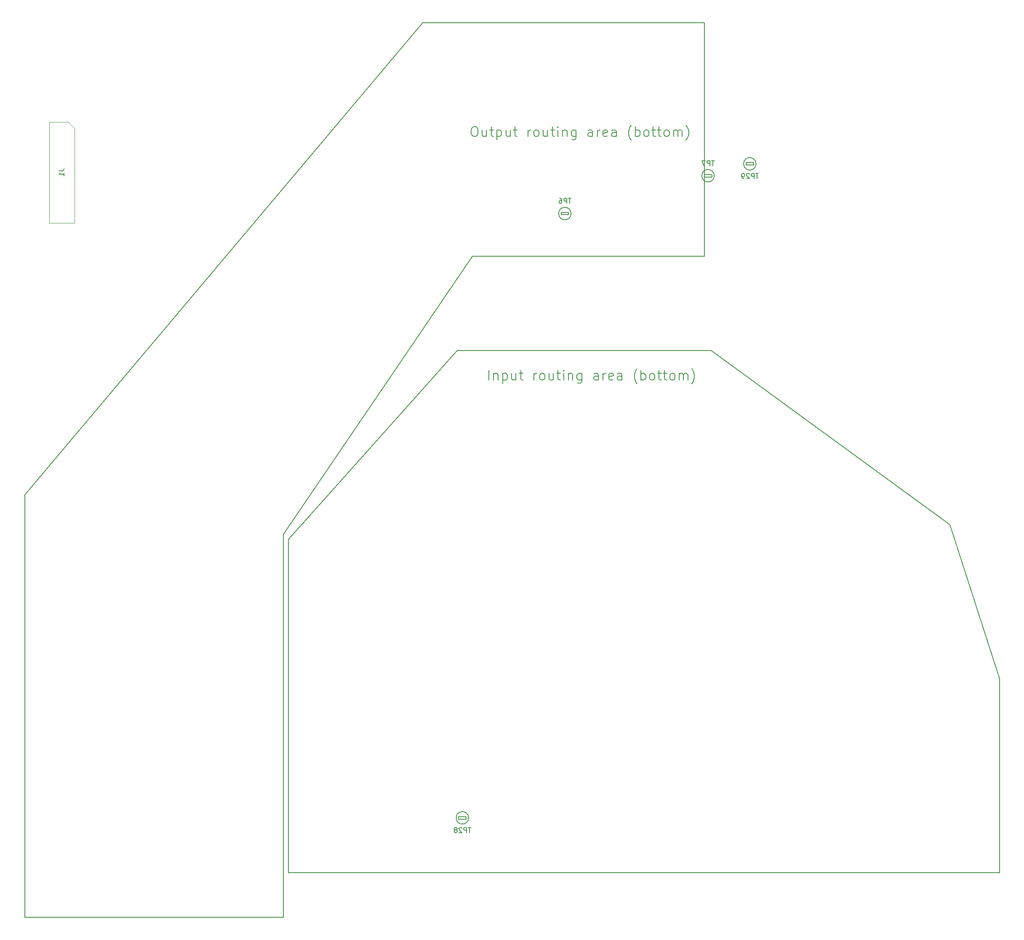
<source format=gbr>
G04 #@! TF.GenerationSoftware,KiCad,Pcbnew,(5.1.5)-3*
G04 #@! TF.CreationDate,2020-07-24T16:39:48-04:00*
G04 #@! TF.ProjectId,main_board,6d61696e-5f62-46f6-9172-642e6b696361,rev?*
G04 #@! TF.SameCoordinates,Original*
G04 #@! TF.FileFunction,Other,Fab,Bot*
%FSLAX46Y46*%
G04 Gerber Fmt 4.6, Leading zero omitted, Abs format (unit mm)*
G04 Created by KiCad (PCBNEW (5.1.5)-3) date 2020-07-24 16:39:48*
%MOMM*%
%LPD*%
G04 APERTURE LIST*
%ADD10C,0.150000*%
%ADD11C,0.100000*%
G04 APERTURE END LIST*
D10*
X125271428Y-64904761D02*
X125652380Y-64904761D01*
X125842857Y-65000000D01*
X126033333Y-65190476D01*
X126128571Y-65571428D01*
X126128571Y-66238095D01*
X126033333Y-66619047D01*
X125842857Y-66809523D01*
X125652380Y-66904761D01*
X125271428Y-66904761D01*
X125080952Y-66809523D01*
X124890476Y-66619047D01*
X124795238Y-66238095D01*
X124795238Y-65571428D01*
X124890476Y-65190476D01*
X125080952Y-65000000D01*
X125271428Y-64904761D01*
X127842857Y-65571428D02*
X127842857Y-66904761D01*
X126985714Y-65571428D02*
X126985714Y-66619047D01*
X127080952Y-66809523D01*
X127271428Y-66904761D01*
X127557142Y-66904761D01*
X127747619Y-66809523D01*
X127842857Y-66714285D01*
X128509523Y-65571428D02*
X129271428Y-65571428D01*
X128795238Y-64904761D02*
X128795238Y-66619047D01*
X128890476Y-66809523D01*
X129080952Y-66904761D01*
X129271428Y-66904761D01*
X129938095Y-65571428D02*
X129938095Y-67571428D01*
X129938095Y-65666666D02*
X130128571Y-65571428D01*
X130509523Y-65571428D01*
X130699999Y-65666666D01*
X130795238Y-65761904D01*
X130890476Y-65952380D01*
X130890476Y-66523809D01*
X130795238Y-66714285D01*
X130699999Y-66809523D01*
X130509523Y-66904761D01*
X130128571Y-66904761D01*
X129938095Y-66809523D01*
X132604761Y-65571428D02*
X132604761Y-66904761D01*
X131747619Y-65571428D02*
X131747619Y-66619047D01*
X131842857Y-66809523D01*
X132033333Y-66904761D01*
X132319047Y-66904761D01*
X132509523Y-66809523D01*
X132604761Y-66714285D01*
X133271428Y-65571428D02*
X134033333Y-65571428D01*
X133557142Y-64904761D02*
X133557142Y-66619047D01*
X133652380Y-66809523D01*
X133842857Y-66904761D01*
X134033333Y-66904761D01*
X136223809Y-66904761D02*
X136223809Y-65571428D01*
X136223809Y-65952380D02*
X136319047Y-65761904D01*
X136414285Y-65666666D01*
X136604761Y-65571428D01*
X136795238Y-65571428D01*
X137747619Y-66904761D02*
X137557142Y-66809523D01*
X137461904Y-66714285D01*
X137366666Y-66523809D01*
X137366666Y-65952380D01*
X137461904Y-65761904D01*
X137557142Y-65666666D01*
X137747619Y-65571428D01*
X138033333Y-65571428D01*
X138223809Y-65666666D01*
X138319047Y-65761904D01*
X138414285Y-65952380D01*
X138414285Y-66523809D01*
X138319047Y-66714285D01*
X138223809Y-66809523D01*
X138033333Y-66904761D01*
X137747619Y-66904761D01*
X140128571Y-65571428D02*
X140128571Y-66904761D01*
X139271428Y-65571428D02*
X139271428Y-66619047D01*
X139366666Y-66809523D01*
X139557142Y-66904761D01*
X139842857Y-66904761D01*
X140033333Y-66809523D01*
X140128571Y-66714285D01*
X140795238Y-65571428D02*
X141557142Y-65571428D01*
X141080952Y-64904761D02*
X141080952Y-66619047D01*
X141176190Y-66809523D01*
X141366666Y-66904761D01*
X141557142Y-66904761D01*
X142223809Y-66904761D02*
X142223809Y-65571428D01*
X142223809Y-64904761D02*
X142128571Y-65000000D01*
X142223809Y-65095238D01*
X142319047Y-65000000D01*
X142223809Y-64904761D01*
X142223809Y-65095238D01*
X143176190Y-65571428D02*
X143176190Y-66904761D01*
X143176190Y-65761904D02*
X143271428Y-65666666D01*
X143461904Y-65571428D01*
X143747619Y-65571428D01*
X143938095Y-65666666D01*
X144033333Y-65857142D01*
X144033333Y-66904761D01*
X145842857Y-65571428D02*
X145842857Y-67190476D01*
X145747619Y-67380952D01*
X145652380Y-67476190D01*
X145461904Y-67571428D01*
X145176190Y-67571428D01*
X144985714Y-67476190D01*
X145842857Y-66809523D02*
X145652380Y-66904761D01*
X145271428Y-66904761D01*
X145080952Y-66809523D01*
X144985714Y-66714285D01*
X144890476Y-66523809D01*
X144890476Y-65952380D01*
X144985714Y-65761904D01*
X145080952Y-65666666D01*
X145271428Y-65571428D01*
X145652380Y-65571428D01*
X145842857Y-65666666D01*
X149176190Y-66904761D02*
X149176190Y-65857142D01*
X149080952Y-65666666D01*
X148890476Y-65571428D01*
X148509523Y-65571428D01*
X148319047Y-65666666D01*
X149176190Y-66809523D02*
X148985714Y-66904761D01*
X148509523Y-66904761D01*
X148319047Y-66809523D01*
X148223809Y-66619047D01*
X148223809Y-66428571D01*
X148319047Y-66238095D01*
X148509523Y-66142857D01*
X148985714Y-66142857D01*
X149176190Y-66047619D01*
X150128571Y-66904761D02*
X150128571Y-65571428D01*
X150128571Y-65952380D02*
X150223809Y-65761904D01*
X150319047Y-65666666D01*
X150509523Y-65571428D01*
X150700000Y-65571428D01*
X152128571Y-66809523D02*
X151938095Y-66904761D01*
X151557142Y-66904761D01*
X151366666Y-66809523D01*
X151271428Y-66619047D01*
X151271428Y-65857142D01*
X151366666Y-65666666D01*
X151557142Y-65571428D01*
X151938095Y-65571428D01*
X152128571Y-65666666D01*
X152223809Y-65857142D01*
X152223809Y-66047619D01*
X151271428Y-66238095D01*
X153938095Y-66904761D02*
X153938095Y-65857142D01*
X153842857Y-65666666D01*
X153652380Y-65571428D01*
X153271428Y-65571428D01*
X153080952Y-65666666D01*
X153938095Y-66809523D02*
X153747619Y-66904761D01*
X153271428Y-66904761D01*
X153080952Y-66809523D01*
X152985714Y-66619047D01*
X152985714Y-66428571D01*
X153080952Y-66238095D01*
X153271428Y-66142857D01*
X153747619Y-66142857D01*
X153938095Y-66047619D01*
X156985714Y-67666666D02*
X156890476Y-67571428D01*
X156700000Y-67285714D01*
X156604761Y-67095238D01*
X156509523Y-66809523D01*
X156414285Y-66333333D01*
X156414285Y-65952380D01*
X156509523Y-65476190D01*
X156604761Y-65190476D01*
X156700000Y-65000000D01*
X156890476Y-64714285D01*
X156985714Y-64619047D01*
X157747619Y-66904761D02*
X157747619Y-64904761D01*
X157747619Y-65666666D02*
X157938095Y-65571428D01*
X158319047Y-65571428D01*
X158509523Y-65666666D01*
X158604761Y-65761904D01*
X158700000Y-65952380D01*
X158700000Y-66523809D01*
X158604761Y-66714285D01*
X158509523Y-66809523D01*
X158319047Y-66904761D01*
X157938095Y-66904761D01*
X157747619Y-66809523D01*
X159842857Y-66904761D02*
X159652380Y-66809523D01*
X159557142Y-66714285D01*
X159461904Y-66523809D01*
X159461904Y-65952380D01*
X159557142Y-65761904D01*
X159652380Y-65666666D01*
X159842857Y-65571428D01*
X160128571Y-65571428D01*
X160319047Y-65666666D01*
X160414285Y-65761904D01*
X160509523Y-65952380D01*
X160509523Y-66523809D01*
X160414285Y-66714285D01*
X160319047Y-66809523D01*
X160128571Y-66904761D01*
X159842857Y-66904761D01*
X161080952Y-65571428D02*
X161842857Y-65571428D01*
X161366666Y-64904761D02*
X161366666Y-66619047D01*
X161461904Y-66809523D01*
X161652380Y-66904761D01*
X161842857Y-66904761D01*
X162223809Y-65571428D02*
X162985714Y-65571428D01*
X162509523Y-64904761D02*
X162509523Y-66619047D01*
X162604761Y-66809523D01*
X162795238Y-66904761D01*
X162985714Y-66904761D01*
X163938095Y-66904761D02*
X163747619Y-66809523D01*
X163652380Y-66714285D01*
X163557142Y-66523809D01*
X163557142Y-65952380D01*
X163652380Y-65761904D01*
X163747619Y-65666666D01*
X163938095Y-65571428D01*
X164223809Y-65571428D01*
X164414285Y-65666666D01*
X164509523Y-65761904D01*
X164604761Y-65952380D01*
X164604761Y-66523809D01*
X164509523Y-66714285D01*
X164414285Y-66809523D01*
X164223809Y-66904761D01*
X163938095Y-66904761D01*
X165461904Y-66904761D02*
X165461904Y-65571428D01*
X165461904Y-65761904D02*
X165557142Y-65666666D01*
X165747619Y-65571428D01*
X166033333Y-65571428D01*
X166223809Y-65666666D01*
X166319047Y-65857142D01*
X166319047Y-66904761D01*
X166319047Y-65857142D02*
X166414285Y-65666666D01*
X166604761Y-65571428D01*
X166890476Y-65571428D01*
X167080952Y-65666666D01*
X167176190Y-65857142D01*
X167176190Y-66904761D01*
X167938095Y-67666666D02*
X168033333Y-67571428D01*
X168223809Y-67285714D01*
X168319047Y-67095238D01*
X168414285Y-66809523D01*
X168509523Y-66333333D01*
X168509523Y-65952380D01*
X168414285Y-65476190D01*
X168319047Y-65190476D01*
X168223809Y-65000000D01*
X168033333Y-64714285D01*
X167938095Y-64619047D01*
X35000000Y-139000000D02*
X35000000Y-224000000D01*
X115000000Y-44000000D02*
X35000000Y-139000000D01*
X171700000Y-44000000D02*
X115000000Y-44000000D01*
X171700000Y-91000000D02*
X171700000Y-44000000D01*
X125000000Y-91000000D02*
X171700000Y-91000000D01*
X87000000Y-147000000D02*
X125000000Y-91000000D01*
X87000000Y-224000000D02*
X87000000Y-147000000D01*
X35000000Y-224000000D02*
X87000000Y-224000000D01*
X128333333Y-115904761D02*
X128333333Y-113904761D01*
X129285714Y-114571428D02*
X129285714Y-115904761D01*
X129285714Y-114761904D02*
X129380952Y-114666666D01*
X129571428Y-114571428D01*
X129857142Y-114571428D01*
X130047619Y-114666666D01*
X130142857Y-114857142D01*
X130142857Y-115904761D01*
X131095238Y-114571428D02*
X131095238Y-116571428D01*
X131095238Y-114666666D02*
X131285714Y-114571428D01*
X131666666Y-114571428D01*
X131857142Y-114666666D01*
X131952380Y-114761904D01*
X132047619Y-114952380D01*
X132047619Y-115523809D01*
X131952380Y-115714285D01*
X131857142Y-115809523D01*
X131666666Y-115904761D01*
X131285714Y-115904761D01*
X131095238Y-115809523D01*
X133761904Y-114571428D02*
X133761904Y-115904761D01*
X132904761Y-114571428D02*
X132904761Y-115619047D01*
X133000000Y-115809523D01*
X133190476Y-115904761D01*
X133476190Y-115904761D01*
X133666666Y-115809523D01*
X133761904Y-115714285D01*
X134428571Y-114571428D02*
X135190476Y-114571428D01*
X134714285Y-113904761D02*
X134714285Y-115619047D01*
X134809523Y-115809523D01*
X135000000Y-115904761D01*
X135190476Y-115904761D01*
X137380952Y-115904761D02*
X137380952Y-114571428D01*
X137380952Y-114952380D02*
X137476190Y-114761904D01*
X137571428Y-114666666D01*
X137761904Y-114571428D01*
X137952380Y-114571428D01*
X138904761Y-115904761D02*
X138714285Y-115809523D01*
X138619047Y-115714285D01*
X138523809Y-115523809D01*
X138523809Y-114952380D01*
X138619047Y-114761904D01*
X138714285Y-114666666D01*
X138904761Y-114571428D01*
X139190476Y-114571428D01*
X139380952Y-114666666D01*
X139476190Y-114761904D01*
X139571428Y-114952380D01*
X139571428Y-115523809D01*
X139476190Y-115714285D01*
X139380952Y-115809523D01*
X139190476Y-115904761D01*
X138904761Y-115904761D01*
X141285714Y-114571428D02*
X141285714Y-115904761D01*
X140428571Y-114571428D02*
X140428571Y-115619047D01*
X140523809Y-115809523D01*
X140714285Y-115904761D01*
X141000000Y-115904761D01*
X141190476Y-115809523D01*
X141285714Y-115714285D01*
X141952380Y-114571428D02*
X142714285Y-114571428D01*
X142238095Y-113904761D02*
X142238095Y-115619047D01*
X142333333Y-115809523D01*
X142523809Y-115904761D01*
X142714285Y-115904761D01*
X143380952Y-115904761D02*
X143380952Y-114571428D01*
X143380952Y-113904761D02*
X143285714Y-114000000D01*
X143380952Y-114095238D01*
X143476190Y-114000000D01*
X143380952Y-113904761D01*
X143380952Y-114095238D01*
X144333333Y-114571428D02*
X144333333Y-115904761D01*
X144333333Y-114761904D02*
X144428571Y-114666666D01*
X144619047Y-114571428D01*
X144904761Y-114571428D01*
X145095238Y-114666666D01*
X145190476Y-114857142D01*
X145190476Y-115904761D01*
X147000000Y-114571428D02*
X147000000Y-116190476D01*
X146904761Y-116380952D01*
X146809523Y-116476190D01*
X146619047Y-116571428D01*
X146333333Y-116571428D01*
X146142857Y-116476190D01*
X147000000Y-115809523D02*
X146809523Y-115904761D01*
X146428571Y-115904761D01*
X146238095Y-115809523D01*
X146142857Y-115714285D01*
X146047619Y-115523809D01*
X146047619Y-114952380D01*
X146142857Y-114761904D01*
X146238095Y-114666666D01*
X146428571Y-114571428D01*
X146809523Y-114571428D01*
X147000000Y-114666666D01*
X150333333Y-115904761D02*
X150333333Y-114857142D01*
X150238095Y-114666666D01*
X150047619Y-114571428D01*
X149666666Y-114571428D01*
X149476190Y-114666666D01*
X150333333Y-115809523D02*
X150142857Y-115904761D01*
X149666666Y-115904761D01*
X149476190Y-115809523D01*
X149380952Y-115619047D01*
X149380952Y-115428571D01*
X149476190Y-115238095D01*
X149666666Y-115142857D01*
X150142857Y-115142857D01*
X150333333Y-115047619D01*
X151285714Y-115904761D02*
X151285714Y-114571428D01*
X151285714Y-114952380D02*
X151380952Y-114761904D01*
X151476190Y-114666666D01*
X151666666Y-114571428D01*
X151857142Y-114571428D01*
X153285714Y-115809523D02*
X153095238Y-115904761D01*
X152714285Y-115904761D01*
X152523809Y-115809523D01*
X152428571Y-115619047D01*
X152428571Y-114857142D01*
X152523809Y-114666666D01*
X152714285Y-114571428D01*
X153095238Y-114571428D01*
X153285714Y-114666666D01*
X153380952Y-114857142D01*
X153380952Y-115047619D01*
X152428571Y-115238095D01*
X155095238Y-115904761D02*
X155095238Y-114857142D01*
X155000000Y-114666666D01*
X154809523Y-114571428D01*
X154428571Y-114571428D01*
X154238095Y-114666666D01*
X155095238Y-115809523D02*
X154904761Y-115904761D01*
X154428571Y-115904761D01*
X154238095Y-115809523D01*
X154142857Y-115619047D01*
X154142857Y-115428571D01*
X154238095Y-115238095D01*
X154428571Y-115142857D01*
X154904761Y-115142857D01*
X155095238Y-115047619D01*
X158142857Y-116666666D02*
X158047619Y-116571428D01*
X157857142Y-116285714D01*
X157761904Y-116095238D01*
X157666666Y-115809523D01*
X157571428Y-115333333D01*
X157571428Y-114952380D01*
X157666666Y-114476190D01*
X157761904Y-114190476D01*
X157857142Y-114000000D01*
X158047619Y-113714285D01*
X158142857Y-113619047D01*
X158904761Y-115904761D02*
X158904761Y-113904761D01*
X158904761Y-114666666D02*
X159095238Y-114571428D01*
X159476190Y-114571428D01*
X159666666Y-114666666D01*
X159761904Y-114761904D01*
X159857142Y-114952380D01*
X159857142Y-115523809D01*
X159761904Y-115714285D01*
X159666666Y-115809523D01*
X159476190Y-115904761D01*
X159095238Y-115904761D01*
X158904761Y-115809523D01*
X161000000Y-115904761D02*
X160809523Y-115809523D01*
X160714285Y-115714285D01*
X160619047Y-115523809D01*
X160619047Y-114952380D01*
X160714285Y-114761904D01*
X160809523Y-114666666D01*
X161000000Y-114571428D01*
X161285714Y-114571428D01*
X161476190Y-114666666D01*
X161571428Y-114761904D01*
X161666666Y-114952380D01*
X161666666Y-115523809D01*
X161571428Y-115714285D01*
X161476190Y-115809523D01*
X161285714Y-115904761D01*
X161000000Y-115904761D01*
X162238095Y-114571428D02*
X163000000Y-114571428D01*
X162523809Y-113904761D02*
X162523809Y-115619047D01*
X162619047Y-115809523D01*
X162809523Y-115904761D01*
X163000000Y-115904761D01*
X163380952Y-114571428D02*
X164142857Y-114571428D01*
X163666666Y-113904761D02*
X163666666Y-115619047D01*
X163761904Y-115809523D01*
X163952380Y-115904761D01*
X164142857Y-115904761D01*
X165095238Y-115904761D02*
X164904761Y-115809523D01*
X164809523Y-115714285D01*
X164714285Y-115523809D01*
X164714285Y-114952380D01*
X164809523Y-114761904D01*
X164904761Y-114666666D01*
X165095238Y-114571428D01*
X165380952Y-114571428D01*
X165571428Y-114666666D01*
X165666666Y-114761904D01*
X165761904Y-114952380D01*
X165761904Y-115523809D01*
X165666666Y-115714285D01*
X165571428Y-115809523D01*
X165380952Y-115904761D01*
X165095238Y-115904761D01*
X166619047Y-115904761D02*
X166619047Y-114571428D01*
X166619047Y-114761904D02*
X166714285Y-114666666D01*
X166904761Y-114571428D01*
X167190476Y-114571428D01*
X167380952Y-114666666D01*
X167476190Y-114857142D01*
X167476190Y-115904761D01*
X167476190Y-114857142D02*
X167571428Y-114666666D01*
X167761904Y-114571428D01*
X168047619Y-114571428D01*
X168238095Y-114666666D01*
X168333333Y-114857142D01*
X168333333Y-115904761D01*
X169095238Y-116666666D02*
X169190476Y-116571428D01*
X169380952Y-116285714D01*
X169476190Y-116095238D01*
X169571428Y-115809523D01*
X169666666Y-115333333D01*
X169666666Y-114952380D01*
X169571428Y-114476190D01*
X169476190Y-114190476D01*
X169380952Y-114000000D01*
X169190476Y-113714285D01*
X169095238Y-113619047D01*
X88000000Y-148000000D02*
X88000000Y-215000000D01*
X122000000Y-110000000D02*
X88000000Y-148000000D01*
X173000000Y-110000000D02*
X122000000Y-110000000D01*
X221000000Y-145000000D02*
X173000000Y-110000000D01*
X231000000Y-176000000D02*
X221000000Y-145000000D01*
X231000000Y-215000000D02*
X231000000Y-176000000D01*
X88000000Y-215000000D02*
X231000000Y-215000000D01*
X182050000Y-72400000D02*
G75*
G03X182050000Y-72400000I-1250000J0D01*
G01*
X180050000Y-72150000D02*
X180050000Y-72650000D01*
X181550000Y-72150000D02*
X180050000Y-72150000D01*
X181550000Y-72650000D02*
X181550000Y-72150000D01*
X180050000Y-72650000D02*
X181550000Y-72650000D01*
X124250000Y-204000000D02*
G75*
G03X124250000Y-204000000I-1250000J0D01*
G01*
X122250000Y-203750000D02*
X122250000Y-204250000D01*
X123750000Y-203750000D02*
X122250000Y-203750000D01*
X123750000Y-204250000D02*
X123750000Y-203750000D01*
X122250000Y-204250000D02*
X123750000Y-204250000D01*
X144850000Y-82400000D02*
G75*
G03X144850000Y-82400000I-1250000J0D01*
G01*
X144350000Y-82650000D02*
X144350000Y-82150000D01*
X142850000Y-82650000D02*
X144350000Y-82650000D01*
X142850000Y-82150000D02*
X142850000Y-82650000D01*
X144350000Y-82150000D02*
X142850000Y-82150000D01*
X173650000Y-74800000D02*
G75*
G03X173650000Y-74800000I-1250000J0D01*
G01*
X173150000Y-75050000D02*
X173150000Y-74550000D01*
X171650000Y-75050000D02*
X173150000Y-75050000D01*
X171650000Y-74550000D02*
X171650000Y-75050000D01*
X173150000Y-74550000D02*
X171650000Y-74550000D01*
D11*
X43710000Y-63965000D02*
X39900000Y-63965000D01*
X39900000Y-63965000D02*
X39900000Y-84285000D01*
X39900000Y-84285000D02*
X44980000Y-84285000D01*
X44980000Y-84285000D02*
X44980000Y-65235000D01*
X44980000Y-65235000D02*
X43710000Y-63965000D01*
D10*
X182538095Y-74352380D02*
X181966666Y-74352380D01*
X182252380Y-75352380D02*
X182252380Y-74352380D01*
X181633333Y-75352380D02*
X181633333Y-74352380D01*
X181252380Y-74352380D01*
X181157142Y-74400000D01*
X181109523Y-74447619D01*
X181061904Y-74542857D01*
X181061904Y-74685714D01*
X181109523Y-74780952D01*
X181157142Y-74828571D01*
X181252380Y-74876190D01*
X181633333Y-74876190D01*
X180680952Y-74447619D02*
X180633333Y-74400000D01*
X180538095Y-74352380D01*
X180300000Y-74352380D01*
X180204761Y-74400000D01*
X180157142Y-74447619D01*
X180109523Y-74542857D01*
X180109523Y-74638095D01*
X180157142Y-74780952D01*
X180728571Y-75352380D01*
X180109523Y-75352380D01*
X179633333Y-75352380D02*
X179442857Y-75352380D01*
X179347619Y-75304761D01*
X179300000Y-75257142D01*
X179204761Y-75114285D01*
X179157142Y-74923809D01*
X179157142Y-74542857D01*
X179204761Y-74447619D01*
X179252380Y-74400000D01*
X179347619Y-74352380D01*
X179538095Y-74352380D01*
X179633333Y-74400000D01*
X179680952Y-74447619D01*
X179728571Y-74542857D01*
X179728571Y-74780952D01*
X179680952Y-74876190D01*
X179633333Y-74923809D01*
X179538095Y-74971428D01*
X179347619Y-74971428D01*
X179252380Y-74923809D01*
X179204761Y-74876190D01*
X179157142Y-74780952D01*
X182538095Y-74352380D02*
X181966666Y-74352380D01*
X182252380Y-75352380D02*
X182252380Y-74352380D01*
X181633333Y-75352380D02*
X181633333Y-74352380D01*
X181252380Y-74352380D01*
X181157142Y-74400000D01*
X181109523Y-74447619D01*
X181061904Y-74542857D01*
X181061904Y-74685714D01*
X181109523Y-74780952D01*
X181157142Y-74828571D01*
X181252380Y-74876190D01*
X181633333Y-74876190D01*
X180680952Y-74447619D02*
X180633333Y-74400000D01*
X180538095Y-74352380D01*
X180300000Y-74352380D01*
X180204761Y-74400000D01*
X180157142Y-74447619D01*
X180109523Y-74542857D01*
X180109523Y-74638095D01*
X180157142Y-74780952D01*
X180728571Y-75352380D01*
X180109523Y-75352380D01*
X179633333Y-75352380D02*
X179442857Y-75352380D01*
X179347619Y-75304761D01*
X179300000Y-75257142D01*
X179204761Y-75114285D01*
X179157142Y-74923809D01*
X179157142Y-74542857D01*
X179204761Y-74447619D01*
X179252380Y-74400000D01*
X179347619Y-74352380D01*
X179538095Y-74352380D01*
X179633333Y-74400000D01*
X179680952Y-74447619D01*
X179728571Y-74542857D01*
X179728571Y-74780952D01*
X179680952Y-74876190D01*
X179633333Y-74923809D01*
X179538095Y-74971428D01*
X179347619Y-74971428D01*
X179252380Y-74923809D01*
X179204761Y-74876190D01*
X179157142Y-74780952D01*
X124738095Y-205952380D02*
X124166666Y-205952380D01*
X124452380Y-206952380D02*
X124452380Y-205952380D01*
X123833333Y-206952380D02*
X123833333Y-205952380D01*
X123452380Y-205952380D01*
X123357142Y-206000000D01*
X123309523Y-206047619D01*
X123261904Y-206142857D01*
X123261904Y-206285714D01*
X123309523Y-206380952D01*
X123357142Y-206428571D01*
X123452380Y-206476190D01*
X123833333Y-206476190D01*
X122880952Y-206047619D02*
X122833333Y-206000000D01*
X122738095Y-205952380D01*
X122500000Y-205952380D01*
X122404761Y-206000000D01*
X122357142Y-206047619D01*
X122309523Y-206142857D01*
X122309523Y-206238095D01*
X122357142Y-206380952D01*
X122928571Y-206952380D01*
X122309523Y-206952380D01*
X121738095Y-206380952D02*
X121833333Y-206333333D01*
X121880952Y-206285714D01*
X121928571Y-206190476D01*
X121928571Y-206142857D01*
X121880952Y-206047619D01*
X121833333Y-206000000D01*
X121738095Y-205952380D01*
X121547619Y-205952380D01*
X121452380Y-206000000D01*
X121404761Y-206047619D01*
X121357142Y-206142857D01*
X121357142Y-206190476D01*
X121404761Y-206285714D01*
X121452380Y-206333333D01*
X121547619Y-206380952D01*
X121738095Y-206380952D01*
X121833333Y-206428571D01*
X121880952Y-206476190D01*
X121928571Y-206571428D01*
X121928571Y-206761904D01*
X121880952Y-206857142D01*
X121833333Y-206904761D01*
X121738095Y-206952380D01*
X121547619Y-206952380D01*
X121452380Y-206904761D01*
X121404761Y-206857142D01*
X121357142Y-206761904D01*
X121357142Y-206571428D01*
X121404761Y-206476190D01*
X121452380Y-206428571D01*
X121547619Y-206380952D01*
X124738095Y-205952380D02*
X124166666Y-205952380D01*
X124452380Y-206952380D02*
X124452380Y-205952380D01*
X123833333Y-206952380D02*
X123833333Y-205952380D01*
X123452380Y-205952380D01*
X123357142Y-206000000D01*
X123309523Y-206047619D01*
X123261904Y-206142857D01*
X123261904Y-206285714D01*
X123309523Y-206380952D01*
X123357142Y-206428571D01*
X123452380Y-206476190D01*
X123833333Y-206476190D01*
X122880952Y-206047619D02*
X122833333Y-206000000D01*
X122738095Y-205952380D01*
X122500000Y-205952380D01*
X122404761Y-206000000D01*
X122357142Y-206047619D01*
X122309523Y-206142857D01*
X122309523Y-206238095D01*
X122357142Y-206380952D01*
X122928571Y-206952380D01*
X122309523Y-206952380D01*
X121738095Y-206380952D02*
X121833333Y-206333333D01*
X121880952Y-206285714D01*
X121928571Y-206190476D01*
X121928571Y-206142857D01*
X121880952Y-206047619D01*
X121833333Y-206000000D01*
X121738095Y-205952380D01*
X121547619Y-205952380D01*
X121452380Y-206000000D01*
X121404761Y-206047619D01*
X121357142Y-206142857D01*
X121357142Y-206190476D01*
X121404761Y-206285714D01*
X121452380Y-206333333D01*
X121547619Y-206380952D01*
X121738095Y-206380952D01*
X121833333Y-206428571D01*
X121880952Y-206476190D01*
X121928571Y-206571428D01*
X121928571Y-206761904D01*
X121880952Y-206857142D01*
X121833333Y-206904761D01*
X121738095Y-206952380D01*
X121547619Y-206952380D01*
X121452380Y-206904761D01*
X121404761Y-206857142D01*
X121357142Y-206761904D01*
X121357142Y-206571428D01*
X121404761Y-206476190D01*
X121452380Y-206428571D01*
X121547619Y-206380952D01*
X144861904Y-79352380D02*
X144290476Y-79352380D01*
X144576190Y-80352380D02*
X144576190Y-79352380D01*
X143957142Y-80352380D02*
X143957142Y-79352380D01*
X143576190Y-79352380D01*
X143480952Y-79400000D01*
X143433333Y-79447619D01*
X143385714Y-79542857D01*
X143385714Y-79685714D01*
X143433333Y-79780952D01*
X143480952Y-79828571D01*
X143576190Y-79876190D01*
X143957142Y-79876190D01*
X142528571Y-79352380D02*
X142719047Y-79352380D01*
X142814285Y-79400000D01*
X142861904Y-79447619D01*
X142957142Y-79590476D01*
X143004761Y-79780952D01*
X143004761Y-80161904D01*
X142957142Y-80257142D01*
X142909523Y-80304761D01*
X142814285Y-80352380D01*
X142623809Y-80352380D01*
X142528571Y-80304761D01*
X142480952Y-80257142D01*
X142433333Y-80161904D01*
X142433333Y-79923809D01*
X142480952Y-79828571D01*
X142528571Y-79780952D01*
X142623809Y-79733333D01*
X142814285Y-79733333D01*
X142909523Y-79780952D01*
X142957142Y-79828571D01*
X143004761Y-79923809D01*
X173661904Y-71752380D02*
X173090476Y-71752380D01*
X173376190Y-72752380D02*
X173376190Y-71752380D01*
X172757142Y-72752380D02*
X172757142Y-71752380D01*
X172376190Y-71752380D01*
X172280952Y-71800000D01*
X172233333Y-71847619D01*
X172185714Y-71942857D01*
X172185714Y-72085714D01*
X172233333Y-72180952D01*
X172280952Y-72228571D01*
X172376190Y-72276190D01*
X172757142Y-72276190D01*
X171852380Y-71752380D02*
X171185714Y-71752380D01*
X171614285Y-72752380D01*
X41892380Y-73791666D02*
X42606666Y-73791666D01*
X42749523Y-73744047D01*
X42844761Y-73648809D01*
X42892380Y-73505952D01*
X42892380Y-73410714D01*
X42892380Y-74791666D02*
X42892380Y-74220238D01*
X42892380Y-74505952D02*
X41892380Y-74505952D01*
X42035238Y-74410714D01*
X42130476Y-74315476D01*
X42178095Y-74220238D01*
M02*

</source>
